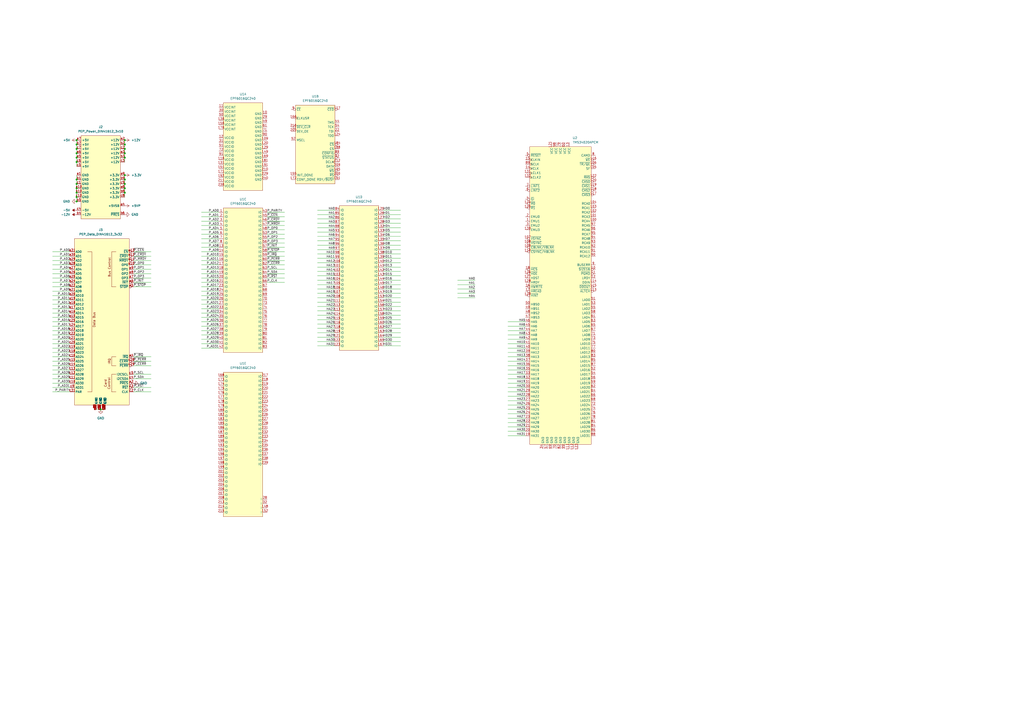
<source format=kicad_sch>
(kicad_sch (version 20230121) (generator eeschema)
  (paper "A2")
  (junction (at 72.39 111.76))
  (junction (at 72.39 83.82))
  (junction (at 44.45 93.98))
  (junction (at 44.45 111.76))
  (junction (at 44.45 109.22))
  (junction (at 72.39 86.36))
  (junction (at 44.45 91.44))
  (junction (at 72.39 101.6))
  (junction (at 72.39 91.44))
  (junction (at 72.39 109.22))
  (junction (at 44.45 88.9))
  (junction (at 44.45 83.82))
  (junction (at 44.45 114.3))
  (junction (at 44.45 86.36))
  (junction (at 44.45 116.84))
  (junction (at 44.45 104.14))
  (junction (at 72.39 81.28))
  (junction (at 44.45 106.68))
  (junction (at 72.39 104.14))
  (junction (at 44.45 81.28))
  (junction (at 72.39 106.68))
  (junction (at 72.39 88.9))
  (junction (at 58.42 237.49))
  (wire (pts (xy 127 138.43) (xy 116.84 138.43)))
  (wire (pts (xy 194.31 132.08) (xy 184.15 132.08)))
  (wire (pts (xy 194.31 157.48) (xy 184.15 157.48)))
  (wire (pts (xy 194.31 187.96) (xy 184.15 187.96)))
  (wire (pts (xy 72.39 106.68) (xy 72.39 104.14)))
  (wire (pts (xy 222.25 187.96) (xy 232.41 187.96)))
  (wire (pts (xy 40.64 166.37) (xy 30.48 166.37)))
  (wire (pts (xy 222.25 182.88) (xy 232.41 182.88)))
  (wire (pts (xy 127 151.13) (xy 116.84 151.13)))
  (wire (pts (xy 304.8 224.79) (xy 294.64 224.79)))
  (wire (pts (xy 304.8 196.85) (xy 294.64 196.85)))
  (wire (pts (xy 304.8 234.95) (xy 294.64 234.95)))
  (wire (pts (xy 222.25 160.02) (xy 232.41 160.02)))
  (wire (pts (xy 194.31 162.56) (xy 184.15 162.56)))
  (wire (pts (xy 127 196.85) (xy 116.84 196.85)))
  (wire (pts (xy 60.96 237.49) (xy 58.42 237.49)))
  (wire (pts (xy 40.64 217.17) (xy 30.48 217.17)))
  (wire (pts (xy 304.8 209.55) (xy 294.64 209.55)))
  (wire (pts (xy 127 158.75) (xy 116.84 158.75)))
  (wire (pts (xy 222.25 124.46) (xy 232.41 124.46)))
  (wire (pts (xy 304.8 186.69) (xy 294.64 186.69)))
  (wire (pts (xy 40.64 207.01) (xy 30.48 207.01)))
  (wire (pts (xy 127 123.19) (xy 116.84 123.19)))
  (wire (pts (xy 194.31 127) (xy 184.15 127)))
  (wire (pts (xy 40.64 194.31) (xy 30.48 194.31)))
  (wire (pts (xy 154.94 158.75) (xy 165.1 158.75)))
  (wire (pts (xy 222.25 121.92) (xy 232.41 121.92)))
  (wire (pts (xy 304.8 222.25) (xy 294.64 222.25)))
  (wire (pts (xy 40.64 146.05) (xy 30.48 146.05)))
  (wire (pts (xy 154.94 123.19) (xy 165.1 123.19)))
  (wire (pts (xy 194.31 193.04) (xy 184.15 193.04)))
  (wire (pts (xy 222.25 180.34) (xy 232.41 180.34)))
  (wire (pts (xy 40.64 181.61) (xy 30.48 181.61)))
  (wire (pts (xy 40.64 214.63) (xy 30.48 214.63)))
  (wire (pts (xy 77.47 163.83) (xy 87.63 163.83)))
  (wire (pts (xy 304.8 199.39) (xy 294.64 199.39)))
  (wire (pts (xy 127 130.81) (xy 116.84 130.81)))
  (wire (pts (xy 40.64 189.23) (xy 30.48 189.23)))
  (wire (pts (xy 304.8 217.17) (xy 294.64 217.17)))
  (wire (pts (xy 77.47 161.29) (xy 87.63 161.29)))
  (wire (pts (xy 44.45 116.84) (xy 44.45 114.3)))
  (wire (pts (xy 127 146.05) (xy 116.84 146.05)))
  (wire (pts (xy 154.94 138.43) (xy 165.1 138.43)))
  (wire (pts (xy 304.8 237.49) (xy 294.64 237.49)))
  (wire (pts (xy 72.39 88.9) (xy 72.39 86.36)))
  (wire (pts (xy 40.64 148.59) (xy 30.48 148.59)))
  (wire (pts (xy 304.8 229.87) (xy 294.64 229.87)))
  (wire (pts (xy 44.45 81.28) (xy 44.45 83.82)))
  (wire (pts (xy 127 143.51) (xy 116.84 143.51)))
  (wire (pts (xy 40.64 191.77) (xy 30.48 191.77)))
  (wire (pts (xy 72.39 91.44) (xy 72.39 88.9)))
  (wire (pts (xy 194.31 182.88) (xy 184.15 182.88)))
  (wire (pts (xy 40.64 227.33) (xy 30.48 227.33)))
  (wire (pts (xy 194.31 152.4) (xy 184.15 152.4)))
  (wire (pts (xy 154.94 125.73) (xy 165.1 125.73)))
  (wire (pts (xy 77.47 153.67) (xy 87.63 153.67)))
  (wire (pts (xy 40.64 222.25) (xy 30.48 222.25)))
  (wire (pts (xy 154.94 163.83) (xy 165.1 163.83)))
  (wire (pts (xy 194.31 175.26) (xy 184.15 175.26)))
  (wire (pts (xy 154.94 161.29) (xy 165.1 161.29)))
  (wire (pts (xy 304.8 194.31) (xy 294.64 194.31)))
  (wire (pts (xy 222.25 139.7) (xy 232.41 139.7)))
  (wire (pts (xy 194.31 137.16) (xy 184.15 137.16)))
  (wire (pts (xy 194.31 149.86) (xy 184.15 149.86)))
  (wire (pts (xy 194.31 129.54) (xy 184.15 129.54)))
  (wire (pts (xy 194.31 160.02) (xy 184.15 160.02)))
  (wire (pts (xy 194.31 172.72) (xy 184.15 172.72)))
  (wire (pts (xy 222.25 157.48) (xy 232.41 157.48)))
  (wire (pts (xy 127 148.59) (xy 116.84 148.59)))
  (wire (pts (xy 127 161.29) (xy 116.84 161.29)))
  (wire (pts (xy 40.64 168.91) (xy 30.48 168.91)))
  (wire (pts (xy 304.8 201.93) (xy 294.64 201.93)))
  (wire (pts (xy 40.64 151.13) (xy 30.48 151.13)))
  (wire (pts (xy 40.64 199.39) (xy 30.48 199.39)))
  (wire (pts (xy 304.8 240.03) (xy 294.64 240.03)))
  (wire (pts (xy 40.64 156.21) (xy 30.48 156.21)))
  (wire (pts (xy 127 173.99) (xy 116.84 173.99)))
  (wire (pts (xy 194.31 139.7) (xy 184.15 139.7)))
  (wire (pts (xy 275.59 170.18) (xy 265.43 170.18)))
  (wire (pts (xy 194.31 124.46) (xy 184.15 124.46)))
  (wire (pts (xy 127 140.97) (xy 116.84 140.97)))
  (wire (pts (xy 40.64 171.45) (xy 30.48 171.45)))
  (wire (pts (xy 44.45 111.76) (xy 44.45 109.22)))
  (wire (pts (xy 222.25 162.56) (xy 232.41 162.56)))
  (wire (pts (xy 44.45 104.14) (xy 44.45 101.6)))
  (wire (pts (xy 222.25 149.86) (xy 232.41 149.86)))
  (wire (pts (xy 275.59 162.56) (xy 265.43 162.56)))
  (wire (pts (xy 304.8 212.09) (xy 294.64 212.09)))
  (wire (pts (xy 304.8 214.63) (xy 294.64 214.63)))
  (wire (pts (xy 275.59 172.72) (xy 265.43 172.72)))
  (wire (pts (xy 222.25 190.5) (xy 232.41 190.5)))
  (wire (pts (xy 194.31 198.12) (xy 184.15 198.12)))
  (wire (pts (xy 77.47 207.01) (xy 87.63 207.01)))
  (wire (pts (xy 127 163.83) (xy 116.84 163.83)))
  (wire (pts (xy 304.8 219.71) (xy 294.64 219.71)))
  (wire (pts (xy 40.64 163.83) (xy 30.48 163.83)))
  (wire (pts (xy 44.45 106.68) (xy 44.45 104.14)))
  (wire (pts (xy 72.39 104.14) (xy 72.39 101.6)))
  (wire (pts (xy 77.47 224.79) (xy 87.63 224.79)))
  (wire (pts (xy 194.31 134.62) (xy 184.15 134.62)))
  (wire (pts (xy 304.8 252.73) (xy 294.64 252.73)))
  (wire (pts (xy 40.64 219.71) (xy 30.48 219.71)))
  (wire (pts (xy 72.39 86.36) (xy 72.39 83.82)))
  (wire (pts (xy 194.31 144.78) (xy 184.15 144.78)))
  (wire (pts (xy 44.45 114.3) (xy 44.45 111.76)))
  (wire (pts (xy 304.8 189.23) (xy 294.64 189.23)))
  (wire (pts (xy 127 128.27) (xy 116.84 128.27)))
  (wire (pts (xy 77.47 158.75) (xy 87.63 158.75)))
  (wire (pts (xy 154.94 148.59) (xy 165.1 148.59)))
  (wire (pts (xy 72.39 109.22) (xy 72.39 106.68)))
  (wire (pts (xy 304.8 245.11) (xy 294.64 245.11)))
  (wire (pts (xy 154.94 135.89) (xy 165.1 135.89)))
  (wire (pts (xy 40.64 196.85) (xy 30.48 196.85)))
  (wire (pts (xy 40.64 201.93) (xy 30.48 201.93)))
  (wire (pts (xy 127 133.35) (xy 116.84 133.35)))
  (wire (pts (xy 127 179.07) (xy 116.84 179.07)))
  (wire (pts (xy 127 125.73) (xy 116.84 125.73)))
  (wire (pts (xy 40.64 209.55) (xy 30.48 209.55)))
  (wire (pts (xy 222.25 170.18) (xy 232.41 170.18)))
  (wire (pts (xy 194.31 142.24) (xy 184.15 142.24)))
  (wire (pts (xy 77.47 219.71) (xy 87.63 219.71)))
  (wire (pts (xy 304.8 232.41) (xy 294.64 232.41)))
  (wire (pts (xy 222.25 195.58) (xy 232.41 195.58)))
  (wire (pts (xy 127 171.45) (xy 116.84 171.45)))
  (wire (pts (xy 222.25 152.4) (xy 232.41 152.4)))
  (wire (pts (xy 194.31 177.8) (xy 184.15 177.8)))
  (wire (pts (xy 127 176.53) (xy 116.84 176.53)))
  (wire (pts (xy 275.59 167.64) (xy 265.43 167.64)))
  (wire (pts (xy 154.94 146.05) (xy 165.1 146.05)))
  (wire (pts (xy 127 135.89) (xy 116.84 135.89)))
  (wire (pts (xy 127 189.23) (xy 116.84 189.23)))
  (wire (pts (xy 222.25 134.62) (xy 232.41 134.62)))
  (wire (pts (xy 44.45 88.9) (xy 44.45 91.44)))
  (wire (pts (xy 222.25 142.24) (xy 232.41 142.24)))
  (wire (pts (xy 222.25 132.08) (xy 232.41 132.08)))
  (wire (pts (xy 58.42 237.49) (xy 55.88 237.49)))
  (wire (pts (xy 154.94 143.51) (xy 165.1 143.51)))
  (wire (pts (xy 72.39 114.3) (xy 72.39 111.76)))
  (wire (pts (xy 222.25 154.94) (xy 232.41 154.94)))
  (wire (pts (xy 194.31 195.58) (xy 184.15 195.58)))
  (wire (pts (xy 127 186.69) (xy 116.84 186.69)))
  (wire (pts (xy 44.45 93.98) (xy 44.45 96.52)))
  (wire (pts (xy 222.25 175.26) (xy 232.41 175.26)))
  (wire (pts (xy 154.94 130.81) (xy 165.1 130.81)))
  (wire (pts (xy 194.31 200.66) (xy 184.15 200.66)))
  (wire (pts (xy 127 168.91) (xy 116.84 168.91)))
  (wire (pts (xy 222.25 127) (xy 232.41 127)))
  (wire (pts (xy 40.64 179.07) (xy 30.48 179.07)))
  (wire (pts (xy 77.47 151.13) (xy 87.63 151.13)))
  (wire (pts (xy 222.25 172.72) (xy 232.41 172.72)))
  (wire (pts (xy 154.94 128.27) (xy 165.1 128.27)))
  (wire (pts (xy 44.45 91.44) (xy 44.45 93.98)))
  (wire (pts (xy 194.31 147.32) (xy 184.15 147.32)))
  (wire (pts (xy 194.31 154.94) (xy 184.15 154.94)))
  (wire (pts (xy 194.31 165.1) (xy 184.15 165.1)))
  (wire (pts (xy 127 199.39) (xy 116.84 199.39)))
  (wire (pts (xy 40.64 184.15) (xy 30.48 184.15)))
  (wire (pts (xy 154.94 153.67) (xy 165.1 153.67)))
  (wire (pts (xy 222.25 165.1) (xy 232.41 165.1)))
  (wire (pts (xy 40.64 204.47) (xy 30.48 204.47)))
  (wire (pts (xy 194.31 185.42) (xy 184.15 185.42)))
  (wire (pts (xy 222.25 137.16) (xy 232.41 137.16)))
  (wire (pts (xy 194.31 170.18) (xy 184.15 170.18)))
  (wire (pts (xy 40.64 158.75) (xy 30.48 158.75)))
  (wire (pts (xy 127 156.21) (xy 116.84 156.21)))
  (wire (pts (xy 44.45 83.82) (xy 44.45 86.36)))
  (wire (pts (xy 127 194.31) (xy 116.84 194.31)))
  (wire (pts (xy 194.31 167.64) (xy 184.15 167.64)))
  (wire (pts (xy 222.25 193.04) (xy 232.41 193.04)))
  (wire (pts (xy 44.45 86.36) (xy 44.45 88.9)))
  (wire (pts (xy 40.64 212.09) (xy 30.48 212.09)))
  (wire (pts (xy 154.94 156.21) (xy 165.1 156.21)))
  (wire (pts (xy 40.64 224.79) (xy 30.48 224.79)))
  (wire (pts (xy 154.94 140.97) (xy 165.1 140.97)))
  (wire (pts (xy 304.8 250.19) (xy 294.64 250.19)))
  (wire (pts (xy 222.25 200.66) (xy 232.41 200.66)))
  (wire (pts (xy 304.8 204.47) (xy 294.64 204.47)))
  (wire (pts (xy 194.31 121.92) (xy 184.15 121.92)))
  (wire (pts (xy 154.94 133.35) (xy 165.1 133.35)))
  (wire (pts (xy 275.59 165.1) (xy 265.43 165.1)))
  (wire (pts (xy 194.31 180.34) (xy 184.15 180.34)))
  (wire (pts (xy 304.8 242.57) (xy 294.64 242.57)))
  (wire (pts (xy 77.47 209.55) (xy 87.63 209.55)))
  (wire (pts (xy 77.47 217.17) (xy 87.63 217.17)))
  (wire (pts (xy 77.47 212.09) (xy 87.63 212.09)))
  (wire (pts (xy 222.25 185.42) (xy 232.41 185.42)))
  (wire (pts (xy 127 191.77) (xy 116.84 191.77)))
  (wire (pts (xy 194.31 190.5) (xy 184.15 190.5)))
  (wire (pts (xy 222.25 129.54) (xy 232.41 129.54)))
  (wire (pts (xy 40.64 186.69) (xy 30.48 186.69)))
  (wire (pts (xy 44.45 109.22) (xy 44.45 106.68)))
  (wire (pts (xy 77.47 156.21) (xy 87.63 156.21)))
  (wire (pts (xy 40.64 161.29) (xy 30.48 161.29)))
  (wire (pts (xy 77.47 146.05) (xy 87.63 146.05)))
  (wire (pts (xy 222.25 167.64) (xy 232.41 167.64)))
  (wire (pts (xy 154.94 151.13) (xy 165.1 151.13)))
  (wire (pts (xy 72.39 83.82) (xy 72.39 81.28)))
  (wire (pts (xy 40.64 176.53) (xy 30.48 176.53)))
  (wire (pts (xy 222.25 177.8) (xy 232.41 177.8)))
  (wire (pts (xy 304.8 227.33) (xy 294.64 227.33)))
  (wire (pts (xy 40.64 153.67) (xy 30.48 153.67)))
  (wire (pts (xy 77.47 227.33) (xy 87.63 227.33)))
  (wire (pts (xy 127 184.15) (xy 116.84 184.15)))
  (wire (pts (xy 72.39 111.76) (xy 72.39 109.22)))
  (wire (pts (xy 304.8 247.65) (xy 294.64 247.65)))
  (wire (pts (xy 127 153.67) (xy 116.84 153.67)))
  (wire (pts (xy 304.8 207.01) (xy 294.64 207.01)))
  (wire (pts (xy 222.25 144.78) (xy 232.41 144.78)))
  (wire (pts (xy 77.47 166.37) (xy 87.63 166.37)))
  (wire (pts (xy 304.8 191.77) (xy 294.64 191.77)))
  (wire (pts (xy 222.25 198.12) (xy 232.41 198.12)))
  (wire (pts (xy 77.47 148.59) (xy 87.63 148.59)))
  (wire (pts (xy 127 181.61) (xy 116.84 181.61)))
  (wire (pts (xy 127 166.37) (xy 116.84 166.37)))
  (wire (pts (xy 40.64 173.99) (xy 30.48 173.99)))
  (wire (pts (xy 222.25 147.32) (xy 232.41 147.32)))
  (wire (pts (xy 127 201.93) (xy 116.84 201.93)))
  (wire (pts (xy 72.39 91.44) (xy 72.39 93.98)))
  (label "P_AD13" (at 40.64 179.07 180))
  (label "P_AD9" (at 40.64 168.91 180))
  (label "P_AD22" (at 40.64 201.93 180))
  (label "~{P_CEN}" (at 154.94 125.73 0))
  (label "HD0" (at 222.25 121.92 0))
  (label "HD9" (at 222.25 144.78 0))
  (label "HA15" (at 304.8 212.09 180))
  (label "P_AD29" (at 40.64 219.71 180))
  (label "P_AD13" (at 127 156.21 180))
  (label "P_AD23" (at 40.64 204.47 180))
  (label "HD26" (at 222.25 187.96 0))
  (label "P_OP1" (at 154.94 135.89 0))
  (label "HD27" (at 222.25 190.5 0))
  (label "P_AD22" (at 127 179.07 180))
  (label "HD25" (at 222.25 185.42 0))
  (label "~{P_MRDY}" (at 77.47 151.13 0))
  (label "HA13" (at 194.31 154.94 180))
  (label "P_AD1" (at 127 125.73 180))
  (label "P_AD30" (at 127 199.39 180))
  (label "HA22" (at 304.8 229.87 180))
  (label "P_AD3" (at 127 130.81 180))
  (label "P_OP3" (at 77.47 161.29 0))
  (label "HD16" (at 222.25 162.56 0))
  (label "P_AD15" (at 127 161.29 180))
  (label "P_AD9" (at 127 146.05 180))
  (label "HA27" (at 194.31 190.5 180))
  (label "HA20" (at 194.31 172.72 180))
  (label "~{P_INIT}" (at 77.47 163.83 0))
  (label "HA0" (at 194.31 121.92 180))
  (label "P_AD16" (at 40.64 186.69 180))
  (label "~{P_INIT}" (at 154.94 143.51 0))
  (label "P_AD1" (at 40.64 148.59 180))
  (label "P_AD19" (at 127 171.45 180))
  (label "HA4" (at 194.31 132.08 180))
  (label "HA26" (at 194.31 187.96 180))
  (label "P_CLK" (at 154.94 163.83 0))
  (label "HA2" (at 275.59 167.64 180))
  (label "HA5" (at 194.31 134.62 180))
  (label "P_AD7" (at 40.64 163.83 180))
  (label "~{P_CERR}" (at 154.94 153.67 0))
  (label "HA12" (at 194.31 152.4 180))
  (label "HA30" (at 194.31 198.12 180))
  (label "HA7" (at 194.31 139.7 180))
  (label "P_AD18" (at 127 168.91 180))
  (label "P_AD12" (at 127 153.67 180))
  (label "HA11" (at 194.31 149.86 180))
  (label "HA1" (at 194.31 124.46 180))
  (label "P_AD26" (at 127 189.23 180))
  (label "HA10" (at 304.8 199.39 180))
  (label "HA9" (at 304.8 196.85 180))
  (label "P_AD28" (at 40.64 217.17 180))
  (label "P_SCL" (at 154.94 156.21 0))
  (label "~{P_RST}" (at 77.47 224.79 0))
  (label "HD23" (at 222.25 180.34 0))
  (label "HA0" (at 275.59 162.56 180))
  (label "HD11" (at 222.25 149.86 0))
  (label "P_AD2" (at 40.64 151.13 180))
  (label "P_AD6" (at 127 138.43 180))
  (label "~{P_IRQ}" (at 154.94 148.59 0))
  (label "HD14" (at 222.25 157.48 0))
  (label "HA4" (at 275.59 172.72 180))
  (label "P_AD7" (at 127 140.97 180))
  (label "HA3" (at 275.59 170.18 180))
  (label "HD10" (at 222.25 147.32 0))
  (label "P_AD3" (at 40.64 153.67 180))
  (label "HD5" (at 222.25 134.62 0))
  (label "~{P_CEN}" (at 77.47 146.05 0))
  (label "P_AD25" (at 40.64 209.55 180))
  (label "HA24" (at 304.8 234.95 180))
  (label "HA25" (at 194.31 185.42 180))
  (label "HA23" (at 304.8 232.41 180))
  (label "HD28" (at 222.25 193.04 0))
  (label "P_AD8" (at 127 143.51 180))
  (label "P_AD2" (at 127 128.27 180))
  (label "HA2" (at 194.31 127 180))
  (label "HA6" (at 194.31 137.16 180))
  (label "HA6" (at 304.8 189.23 180))
  (label "P_AD0" (at 40.64 146.05 180))
  (label "HA8" (at 194.31 142.24 180))
  (label "HA18" (at 304.8 219.71 180))
  (label "~{P_CRDY}" (at 77.47 148.59 0))
  (label "P_AD0" (at 127 123.19 180))
  (label "P_AD6" (at 40.64 161.29 180))
  (label "HA25" (at 304.8 237.49 180))
  (label "P_AD4" (at 40.64 156.21 180))
  (label "P_AD21" (at 40.64 199.39 180))
  (label "HA10" (at 194.31 147.32 180))
  (label "HA8" (at 304.8 194.31 180))
  (label "HA7" (at 304.8 191.77 180))
  (label "P_AD27" (at 40.64 214.63 180))
  (label "P_AD21" (at 127 176.53 180))
  (label "P_AD31" (at 40.64 224.79 180))
  (label "HA19" (at 194.31 170.18 180))
  (label "HA17" (at 304.8 217.17 180))
  (label "HA1" (at 275.59 165.1 180))
  (label "HA30" (at 304.8 250.19 180))
  (label "HA26" (at 304.8 240.03 180))
  (label "~{P_CERR}" (at 77.47 212.09 0))
  (label "P_AD26" (at 40.64 212.09 180))
  (label "~{P_STOP}" (at 77.47 166.37 0))
  (label "HD7" (at 222.25 139.7 0))
  (label "HD6" (at 222.25 137.16 0))
  (label "P_AD16" (at 127 163.83 180))
  (label "P_AD23" (at 127 181.61 180))
  (label "P_OP1" (at 77.47 156.21 0))
  (label "P_AD18" (at 40.64 191.77 180))
  (label "HA19" (at 304.8 222.25 180))
  (label "HD30" (at 222.25 198.12 0))
  (label "HA16" (at 194.31 162.56 180))
  (label "HD19" (at 222.25 170.18 0))
  (label "P_SCL" (at 77.47 217.17 0))
  (label "HD20" (at 222.25 172.72 0))
  (label "HD21" (at 222.25 175.26 0))
  (label "HA23" (at 194.31 180.34 180))
  (label "P_SDA" (at 154.94 158.75 0))
  (label "P_AD30" (at 40.64 222.25 180))
  (label "P_AD25" (at 127 186.69 180))
  (label "P_AD10" (at 40.64 171.45 180))
  (label "P_AD20" (at 127 173.99 180))
  (label "~{P_STOP}" (at 154.94 146.05 0))
  (label "~{P_IRQ}" (at 77.47 207.01 0))
  (label "HD8" (at 222.25 142.24 0))
  (label "HA9" (at 194.31 144.78 180))
  (label "P_PARITY" (at 154.94 123.19 0))
  (label "HD2" (at 222.25 127 0))
  (label "HA29" (at 304.8 247.65 180))
  (label "P_AD11" (at 40.64 173.99 180))
  (label "HA31" (at 194.31 200.66 180))
  (label "HD17" (at 222.25 165.1 0))
  (label "P_AD17" (at 40.64 189.23 180))
  (label "HD1" (at 222.25 124.46 0))
  (label "HA18" (at 194.31 167.64 180))
  (label "P_AD15" (at 40.64 184.15 180))
  (label "P_AD17" (at 127 166.37 180))
  (label "HA16" (at 304.8 214.63 180))
  (label "HD4" (at 222.25 132.08 0))
  (label "~{P_MRDY}" (at 154.94 130.81 0))
  (label "HA21" (at 304.8 227.33 180))
  (label "HD24" (at 222.25 182.88 0))
  (label "HA5" (at 304.8 186.69 180))
  (label "HA3" (at 194.31 129.54 180))
  (label "HA13" (at 304.8 207.01 180))
  (label "HA20" (at 304.8 224.79 180))
  (label "HA28" (at 304.8 245.11 180))
  (label "P_AD10" (at 127 148.59 180))
  (label "~{P_PERR}" (at 154.94 151.13 0))
  (label "P_AD29" (at 127 196.85 180))
  (label "P_AD4" (at 127 133.35 180))
  (label "HA11" (at 304.8 201.93 180))
  (label "HA15" (at 194.31 160.02 180))
  (label "HD12" (at 222.25 152.4 0))
  (label "P_AD5" (at 40.64 158.75 180))
  (label "HA21" (at 194.31 175.26 180))
  (label "~{P_CRDY}" (at 154.94 128.27 0))
  (label "P_OP0" (at 77.47 153.67 0))
  (label "HD3" (at 222.25 129.54 0))
  (label "P_AD24" (at 127 184.15 180))
  (label "P_OP2" (at 154.94 138.43 0))
  (label "HA28" (at 194.31 193.04 180))
  (label "HA24" (at 194.31 182.88 180))
  (label "HD15" (at 222.25 160.02 0))
  (label "HA14" (at 304.8 209.55 180))
  (label "P_AD12" (at 40.64 176.53 180))
  (label "P_AD19" (at 40.64 194.31 180))
  (label "~{P_PERR}" (at 77.47 209.55 0))
  (label "P_OP2" (at 77.47 158.75 0))
  (label "HD13" (at 222.25 154.94 0))
  (label "P_AD11" (at 127 151.13 180))
  (label "HA14" (at 194.31 157.48 180))
  (label "HA29" (at 194.31 195.58 180))
  (label "P_AD20" (at 40.64 196.85 180))
  (label "P_AD31" (at 127 201.93 180))
  (label "P_AD5" (at 127 135.89 180))
  (label "P_AD8" (at 40.64 166.37 180))
  (label "HD18" (at 222.25 167.64 0))
  (label "P_AD24" (at 40.64 207.01 180))
  (label "P_SDA" (at 77.47 219.71 0))
  (label "HA12" (at 304.8 204.47 180))
  (label "P_AD14" (at 40.64 181.61 180))
  (label "P_PARITY" (at 40.64 227.33 180))
  (label "P_OP0" (at 154.94 133.35 0))
  (label "HD29" (at 222.25 195.58 0))
  (label "P_OP3" (at 154.94 140.97 0))
  (label "P_AD27" (at 127 191.77 180))
  (label "HD22" (at 222.25 177.8 0))
  (label "HA22" (at 194.31 177.8 180))
  (label "~{P_RST}" (at 154.94 161.29 0))
  (label "HA31" (at 304.8 252.73 180))
  (label "HA27" (at 304.8 242.57 180))
  (label "P_AD14" (at 127 158.75 180))
  (label "P_CLK" (at 77.47 227.33 0))
  (label "HD31" (at 222.25 200.66 0))
  (label "P_AD28" (at 127 194.31 180))
  (label "HA17" (at 194.31 165.1 180))
  (symbol (lib_id "power:+5VP") (at 72.39 119.38 270) (unit 1)
    (property "Reference" "#PWR020" (effects hide))
    (property "Value" "+5VP" (at 76.2 119.38 90) (effects (justify left)))
  )
  (symbol (lib_id "m68k-hbc-ic:EPF6016QC240") (at 140.97 86.36 0) (unit 1)
    (property "Reference" "U1" (at 140.97 54.61 0))
    (property "Value" "EPF6016QC240" (at 140.97 57.15 0))
    (property "Footprint" "Package_QFP:PQFP-240_32.1x32.1mm_P0.5mm" (effects hide))
  )
  (symbol (lib_id "m68k-hbc-conn:PEP_Data_DIN41612_3x32") (at 58.42 186.69 0) (unit 1)
    (property "Reference" "J3" (at 58.42 133.35 0))
    (property "Value" "PEP_Data_DIN41612_3x32" (at 58.42 135.89 0))
    (property "Footprint" "Connector_DIN:DIN41612_C_3x32_Female_Vertical_THT" (effects hide))
  )
  (symbol (lib_id "m68k-hbc-ic:EPF6016QC240") (at 140.97 162.56 0) (unit 3)
    (property "Reference" "U1" (at 140.97 115.57 0))
    (property "Value" "EPF6016QC240" (at 140.97 118.11 0))
    (property "Footprint" "Package_QFP:PQFP-240_32.1x32.1mm_P0.5mm" (effects hide))
  )
  (symbol (lib_id "m68k-hbc-ic:EPF6016QC240") (at 208.28 161.29 0) (unit 4)
    (property "Reference" "U1" (at 208.28 114.3 0))
    (property "Value" "EPF6016QC240" (at 208.28 116.84 0))
    (property "Footprint" "Package_QFP:PQFP-240_32.1x32.1mm_P0.5mm" (effects hide))
  )
  (symbol (lib_id "power:+5V") (at 44.45 81.28 90) (unit 1)
    (property "Reference" "#PWR010" (effects hide))
    (property "Value" "+5V" (at 40.64 81.28 90) (effects (justify left)))
  )
  (symbol (lib_id "power:+3.3V") (at 72.39 101.6 270) (unit 1)
    (property "Reference" "#PWR017" (effects hide))
    (property "Value" "+3.3V" (at 76.2 101.6 90) (effects (justify left)))
  )
  (symbol (lib_id "m68k-hbc-ic:TMS34020APCM") (at 325.12 149.86 0) (unit 1)
    (property "Reference" "U2" (at 332.1559 80.01 0) (effects (justify left)))
    (property "Value" "TMS34020APCM" (at 332.1559 82.55 0) (effects (justify left)))
  )
  (symbol (lib_id "power:-5V") (at 44.45 121.92 90) (unit 1)
    (property "Reference" "#PWR021" (effects hide))
    (property "Value" "-5V" (at 40.64 121.92 90) (effects (justify left)))
  )
  (symbol (lib_id "power:GND") (at 77.47 222.25 90) (unit 1)
    (property "Reference" "#PWR035" (effects hide))
    (property "Value" "GND" (at 81.28 222.25 90) (effects (justify right)))
  )
  (symbol (lib_id "power:GND") (at 72.39 124.46 90) (unit 1)
    (property "Reference" "#PWR023" (effects hide))
    (property "Value" "GND" (at 76.2 124.46 90) (effects (justify right)))
  )
  (symbol (lib_id "m68k-hbc-conn:PEP_Power_DIN41612_3x10") (at 58.42 102.87 0) (unit 1)
    (property "Reference" "J2" (at 58.42 73.66 0))
    (property "Value" "PEP_Power_DIN41612_3x10" (at 58.42 76.2 0))
    (property "Footprint" "Connector_DIN:DIN41612_C3_3x10_Male_Horizontal_THT" (effects hide))
  )
  (symbol (lib_id "power:GND") (at 44.45 116.84 270) (unit 1)
    (property "Reference" "#PWR019" (effects hide))
    (property "Value" "GND" (at 40.64 116.84 90) (effects (justify right)))
  )
  (symbol (lib_id "m68k-hbc-ic:EPF6016QC240") (at 140.97 257.81 0) (unit 5)
    (property "Reference" "U1" (at 140.97 210.82 0))
    (property "Value" "EPF6016QC240" (at 140.97 213.36 0))
    (property "Footprint" "Package_QFP:PQFP-240_32.1x32.1mm_P0.5mm" (effects hide))
  )
  (symbol (lib_id "power:+12V") (at 72.39 81.28 270) (unit 1)
    (property "Reference" "#PWR011" (effects hide))
    (property "Value" "+12V" (at 76.2 81.28 90) (effects (justify left)))
  )
  (symbol (lib_id "power:GND") (at 58.42 237.49 0) (unit 1)
    (property "Reference" "#PWR01" (effects hide))
    (property "Value" "GND" (at 58.42 242.57 0))
  )
  (symbol (lib_id "m68k-hbc-ic:EPF6016QC240") (at 182.88 83.82 0) (unit 2)
    (property "Reference" "U1" (at 182.88 55.88 0))
    (property "Value" "EPF6016QC240" (at 182.88 58.42 0))
    (property "Footprint" "Package_QFP:PQFP-240_32.1x32.1mm_P0.5mm" (effects hide))
  )
  (symbol (lib_id "power:-12V") (at 44.45 124.46 90) (unit 1)
    (property "Reference" "#PWR022" (effects hide))
    (property "Value" "-12V" (at 40.64 124.46 90) (effects (justify left)))
  )
)
</source>
